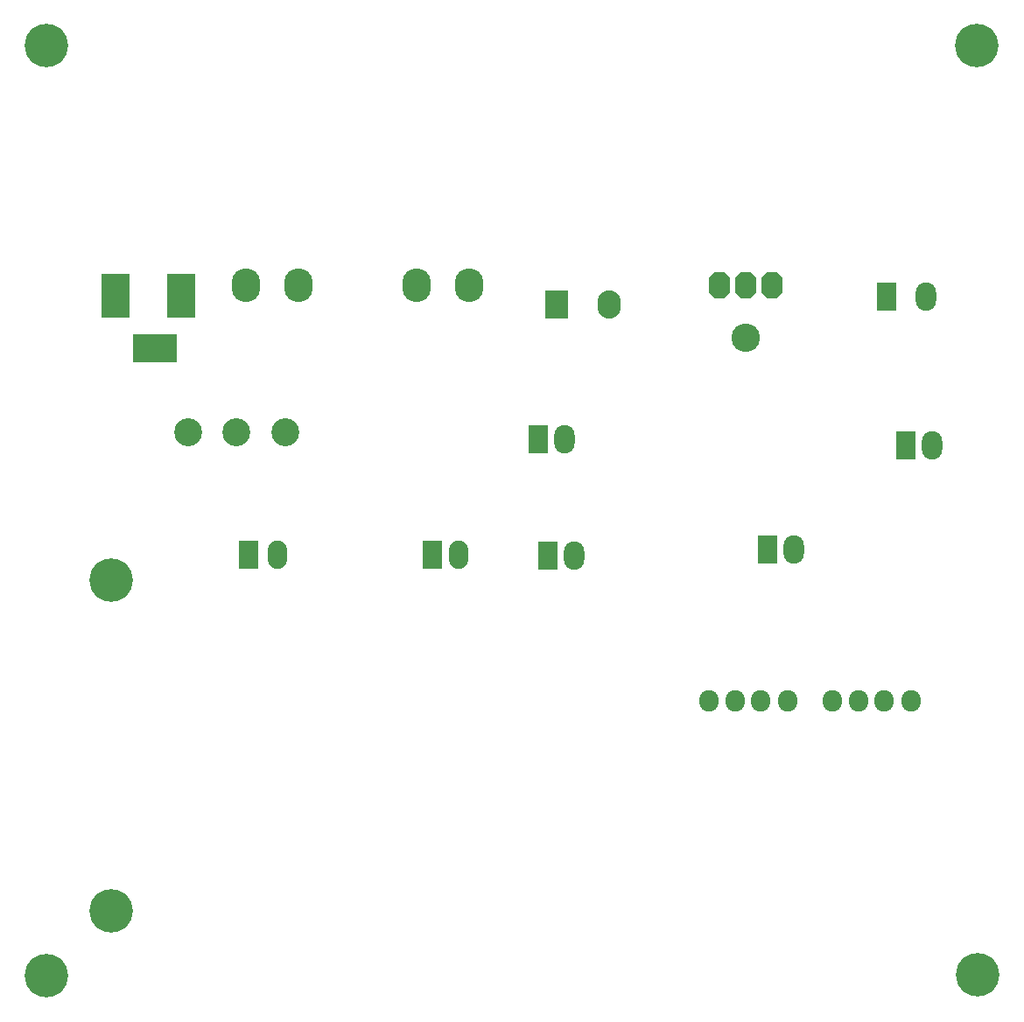
<source format=gbs>
G04*
G04 #@! TF.GenerationSoftware,Altium Limited,Altium Designer,18.0.7 (293)*
G04*
G04 Layer_Color=16711935*
%FSLAX44Y44*%
%MOMM*%
G71*
G01*
G75*
%ADD26C,4.2032*%
%ADD27C,2.7000*%
%ADD28C,2.7032*%
%ADD29R,1.9812X2.7432*%
%ADD30O,1.9812X2.7432*%
%ADD31R,1.8542X2.7432*%
%ADD32O,1.8542X2.7432*%
G04:AMPARAMS|DCode=33|XSize=1.9812mm|YSize=2.4892mm|CornerRadius=0mm|HoleSize=0mm|Usage=FLASHONLY|Rotation=180.000|XOffset=0mm|YOffset=0mm|HoleType=Round|Shape=Octagon|*
%AMOCTAGOND33*
4,1,8,0.4953,-1.2446,-0.4953,-1.2446,-0.9906,-0.7493,-0.9906,0.7493,-0.4953,1.2446,0.4953,1.2446,0.9906,0.7493,0.9906,-0.7493,0.4953,-1.2446,0.0*
%
%ADD33OCTAGOND33*%

%ADD34C,2.7432*%
%ADD35O,1.8542X2.1082*%
%ADD36R,4.2672X2.7432*%
%ADD37R,2.7432X4.2672*%
%ADD38O,2.7432X3.2512*%
%ADD39O,2.2352X2.7432*%
%ADD40R,2.2352X2.7432*%
D26*
X113030Y113030D02*
D03*
Y433070D02*
D03*
X50000Y950000D02*
D03*
X950000D02*
D03*
X50000Y50000D02*
D03*
X951230Y51310D02*
D03*
D27*
X281280Y575797D02*
D03*
D28*
X234280D02*
D03*
X187280D02*
D03*
D29*
X862930Y707242D02*
D03*
X881578Y563097D02*
D03*
X748228Y462818D02*
D03*
X535270Y456468D02*
D03*
X526380Y569447D02*
D03*
D30*
X901030Y707242D02*
D03*
X906978Y563097D02*
D03*
X773628Y462818D02*
D03*
X560670Y456468D02*
D03*
X551780Y569447D02*
D03*
D31*
X245710Y457738D02*
D03*
X423510D02*
D03*
D32*
X273650D02*
D03*
X448910D02*
D03*
D33*
X701640Y718037D02*
D03*
X727040D02*
D03*
X752440D02*
D03*
D34*
X727040Y667237D02*
D03*
D35*
X886440Y316497D02*
D03*
X860786D02*
D03*
X835894D02*
D03*
X810240D02*
D03*
X767060D02*
D03*
X741406D02*
D03*
X716514D02*
D03*
X690860D02*
D03*
D36*
X155540Y657555D02*
D03*
D37*
X117440Y708355D02*
D03*
X180940D02*
D03*
D38*
X408270Y718672D02*
D03*
X293970D02*
D03*
X243170D02*
D03*
X459070D02*
D03*
D39*
X594960Y699622D02*
D03*
D40*
X544160D02*
D03*
M02*

</source>
